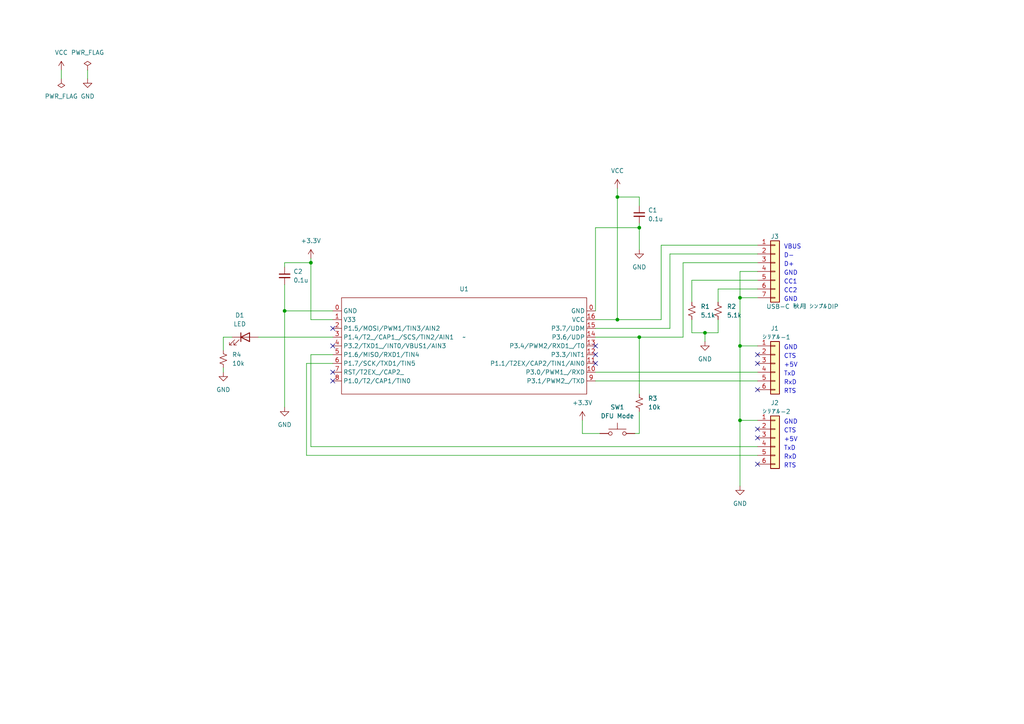
<source format=kicad_sch>
(kicad_sch (version 20230121) (generator eeschema)
  (paper "A4")
  (title_block (title "秋月電子 CH552P DIP化キットテスト基板") (date "2023-11-04") (rev "1") (company "KUNI-NET") (comment 1 "秋月電子 CH552P DIP化キットでLEDチカチカしたりする。"))
  (lib_symbols
    (symbol "CH552x:CH552P"
      (property "Reference" "U" (at -1.27 12.7 0))
      (symbol "CH552P_0_1"
        (rectangle (start -35.56 11.43) (end 35.56 -16.51))
      )
      (symbol "CH552P_1_1"
        (pin power_in line (at -38.1 7.62 0) (length 2.54) (name "GND") (number "0"))
        (pin power_in line (at 38.1 7.62 180) (length 2.54) (name "GND") (number "0"))
        (pin power_out line (at -38.1 5.08 0) (length 2.54) (name "V33") (number "1"))
        (pin bidirectional line (at 38.1 -10.16 180) (length 2.54) (name "P3.0/PWM1_/RXD") (number "10"))
        (pin bidirectional line (at 38.1 -7.62 180) (length 2.54) (name "P1.1/T2EX/CAP2/TIN1/AIN0") (number "11"))
        (pin bidirectional line (at 38.1 -5.08 180) (length 2.54) (name "P3.3/INT1") (number "12"))
        (pin bidirectional line (at 38.1 -2.54 180) (length 2.54) (name "P3.4/PWM2/RXD1_/T0") (number "13"))
        (pin bidirectional line (at 38.1 0 180) (length 2.54) (name "P3.6/UDP") (number "14"))
        (pin bidirectional line (at 38.1 2.54 180) (length 2.54) (name "P3.7/UDM") (number "15"))
        (pin power_in line (at 38.1 5.08 180) (length 2.54) (name "VCC") (number "16"))
        (pin bidirectional line (at -38.1 2.54 0) (length 2.54) (name "P1.5/MOSI/PWM1/TIN3/AIN2") (number "2"))
        (pin bidirectional line (at -38.1 0 0) (length 2.54) (name "P1.4/T2_/CAP1_/SCS/TIN2/AIN1") (number "3"))
        (pin bidirectional line (at -38.1 -2.54 0) (length 2.54) (name "P3.2/TXD1_/INT0/VBUS1/AIN3") (number "4"))
        (pin bidirectional line (at -38.1 -5.08 0) (length 2.54) (name "P1.6/MISO/RXD1/TIN4") (number "5"))
        (pin bidirectional line (at -38.1 -7.62 0) (length 2.54) (name "P1.7/SCK/TXD1/TIN5") (number "6"))
        (pin bidirectional line (at -38.1 -10.16 0) (length 2.54) (name "RST/T2EX_/CAP2_") (number "7"))
        (pin bidirectional line (at -38.1 -12.7 0) (length 2.54) (name "P1.0/T2/CAP1/TIN0") (number "8"))
        (pin bidirectional line (at 38.1 -12.7 180) (length 2.54) (name "P3.1/PWM2_/TXD") (number "9"))
      )
    )
    (symbol "Connector_Generic:Conn_01x06" (pin_names (offset 1.016) hide)
      (property "Reference" "J" (at 0 7.62 0))
      (property "Value" "Conn_01x06" (at 0 -10.16 0))
      (symbol "Conn_01x06_1_1"
        (rectangle (start -1.27 -7.493) (end 0 -7.747) (stroke (width 0.1524)))
        (rectangle (start -1.27 -4.953) (end 0 -5.207) (stroke (width 0.1524)))
        (rectangle (start -1.27 -2.413) (end 0 -2.667) (stroke (width 0.1524)))
        (rectangle (start -1.27 0.127) (end 0 -0.127) (stroke (width 0.1524)))
        (rectangle (start -1.27 2.667) (end 0 2.413) (stroke (width 0.1524)))
        (rectangle (start -1.27 5.207) (end 0 4.953) (stroke (width 0.1524)))
        (rectangle (start -1.27 6.35) (end 1.27 -8.89) (stroke (width 0.254)) (fill (type background)))
        (pin passive line (at -5.08 5.08 0) (length 3.81) (name "Pin_1") (number "1"))
        (pin passive line (at -5.08 2.54 0) (length 3.81) (name "Pin_2") (number "2"))
        (pin passive line (at -5.08 0 0) (length 3.81) (name "Pin_3") (number "3"))
        (pin passive line (at -5.08 -2.54 0) (length 3.81) (name "Pin_4") (number "4"))
        (pin passive line (at -5.08 -5.08 0) (length 3.81) (name "Pin_5") (number "5"))
        (pin passive line (at -5.08 -7.62 0) (length 3.81) (name "Pin_6") (number "6"))
      )
    )
    (symbol "Connector_Generic:Conn_01x07" (pin_names (offset 1.016) hide)
      (property "Reference" "J" (at 0 10.16 0))
      (property "Value" "Conn_01x07" (at 0 -10.16 0))
      (symbol "Conn_01x07_1_1"
        (rectangle (start -1.27 -7.493) (end 0 -7.747) (stroke (width 0.1524)))
        (rectangle (start -1.27 -4.953) (end 0 -5.207) (stroke (width 0.1524)))
        (rectangle (start -1.27 -2.413) (end 0 -2.667) (stroke (width 0.1524)))
        (rectangle (start -1.27 0.127) (end 0 -0.127) (stroke (width 0.1524)))
        (rectangle (start -1.27 2.667) (end 0 2.413) (stroke (width 0.1524)))
        (rectangle (start -1.27 5.207) (end 0 4.953) (stroke (width 0.1524)))
        (rectangle (start -1.27 7.747) (end 0 7.493) (stroke (width 0.1524)))
        (rectangle (start -1.27 8.89) (end 1.27 -8.89) (stroke (width 0.254)) (fill (type background)))
        (pin passive line (at -5.08 7.62 0) (length 3.81) (name "Pin_1") (number "1"))
        (pin passive line (at -5.08 5.08 0) (length 3.81) (name "Pin_2") (number "2"))
        (pin passive line (at -5.08 2.54 0) (length 3.81) (name "Pin_3") (number "3"))
        (pin passive line (at -5.08 0 0) (length 3.81) (name "Pin_4") (number "4"))
        (pin passive line (at -5.08 -2.54 0) (length 3.81) (name "Pin_5") (number "5"))
        (pin passive line (at -5.08 -5.08 0) (length 3.81) (name "Pin_6") (number "6"))
        (pin passive line (at -5.08 -7.62 0) (length 3.81) (name "Pin_7") (number "7"))
      )
    )
    (symbol "Device:C_Small" (pin_numbers hide) (pin_names (offset 0.254) hide)
      (property "Reference" "C" (at 0.254 1.778 0))
      (property "Value" "C_Small" (at 0.254 -2.032 0))
      (symbol "C_Small_0_1"
        (polyline (pts (xy -1.524 -0.508) (xy 1.524 -0.508)) (stroke (width 0.3302)))
        (polyline (pts (xy -1.524 0.508) (xy 1.524 0.508)) (stroke (width 0.3048)))
      )
      (symbol "C_Small_1_1"
        (pin passive line (at 0 2.54 270) (length 2.032) (name "~") (number "1"))
        (pin passive line (at 0 -2.54 90) (length 2.032) (name "~") (number "2"))
      )
    )
    (symbol "Device:LED" (pin_numbers hide) (pin_names (offset 1.016) hide)
      (property "Reference" "D" (at 0 2.54 0))
      (property "Value" "LED" (at 0 -2.54 0))
      (symbol "LED_0_1"
        (polyline (pts (xy -1.27 -1.27) (xy -1.27 1.27)) (stroke (width 0.254)))
        (polyline (pts (xy -1.27 0) (xy 1.27 0)))
        (polyline (pts (xy 1.27 -1.27) (xy 1.27 1.27) (xy -1.27 0) (xy 1.27 -1.27)) (stroke (width 0.254)))
        (polyline (pts (xy -3.048 -0.762) (xy -4.572 -2.286) (xy -3.81 -2.286) (xy -4.572 -2.286) (xy -4.572 -1.524)))
        (polyline (pts (xy -1.778 -0.762) (xy -3.302 -2.286) (xy -2.54 -2.286) (xy -3.302 -2.286) (xy -3.302 -1.524)))
      )
      (symbol "LED_1_1"
        (pin passive line (at -3.81 0 0) (length 2.54) (name "K") (number "1"))
        (pin passive line (at 3.81 0 180) (length 2.54) (name "A") (number "2"))
      )
    )
    (symbol "Device:R_Small_US" (pin_numbers hide) (pin_names (offset 0.254) hide)
      (property "Reference" "R" (at 0.762 0.508 0))
      (property "Value" "R_Small_US" (at 0.762 -1.016 0))
      (symbol "R_Small_US_1_1"
        (polyline (pts (xy 0 0) (xy 1.016 -0.381) (xy 0 -0.762) (xy -1.016 -1.143) (xy 0 -1.524)))
        (polyline (pts (xy 0 1.524) (xy 1.016 1.143) (xy 0 0.762) (xy -1.016 0.381) (xy 0 0)))
        (pin passive line (at 0 2.54 270) (length 1.016) (name "~") (number "1"))
        (pin passive line (at 0 -2.54 90) (length 1.016) (name "~") (number "2"))
      )
    )
    (symbol "Switch:SW_Push" (pin_numbers hide) (pin_names (offset 1.016) hide)
      (property "Reference" "SW" (at 1.27 2.54 0))
      (property "Value" "SW_Push" (at 0 -1.524 0))
      (symbol "SW_Push_0_1"
        (circle (center -2.032 0) (radius 0.508))
        (polyline (pts (xy 0 1.27) (xy 0 3.048)))
        (polyline (pts (xy 2.54 1.27) (xy -2.54 1.27)))
        (circle (center 2.032 0) (radius 0.508))
        (pin passive line (at -5.08 0 0) (length 2.54) (name "1") (number "1"))
        (pin passive line (at 5.08 0 180) (length 2.54) (name "2") (number "2"))
      )
    )
    (symbol "power:+3.3V" (power) (pin_names (offset 0))
      (property "Value" "+3.3V" (at 0 3.556 0))
      (symbol "+3.3V_0_1"
        (polyline (pts (xy -0.762 1.27) (xy 0 2.54)))
        (polyline (pts (xy 0 0) (xy 0 2.54)))
        (polyline (pts (xy 0 2.54) (xy 0.762 1.27)))
      )
      (symbol "+3.3V_1_1"
        (pin power_in line (at 0 0 90) (length 0) hide (name "+3.3V") (number "1"))
      )
    )
    (symbol "power:GND" (power) (pin_names (offset 0))
      (property "Value" "GND" (at 0 -3.81 0))
      (symbol "GND_0_1"
        (polyline (pts (xy 0 0) (xy 0 -1.27) (xy 1.27 -1.27) (xy 0 -2.54) (xy -1.27 -1.27) (xy 0 -1.27)))
      )
      (symbol "GND_1_1"
        (pin power_in line (at 0 0 270) (length 0) hide (name "GND") (number "1"))
      )
    )
    (symbol "power:PWR_FLAG" (power) (pin_numbers hide) (pin_names (offset 0) hide)
      (property "Value" "PWR_FLAG" (at 0 3.81 0))
      (symbol "PWR_FLAG_0_0"
        (pin power_out line (at 0 0 90) (length 0) (name "pwr") (number "1"))
      )
      (symbol "PWR_FLAG_0_1"
        (polyline (pts (xy 0 0) (xy 0 1.27) (xy -1.016 1.905) (xy 0 2.54) (xy 1.016 1.905) (xy 0 1.27)))
      )
    )
    (symbol "power:VCC" (power) (pin_names (offset 0))
      (property "Value" "VCC" (at 0 3.81 0))
      (symbol "VCC_0_1"
        (polyline (pts (xy -0.762 1.27) (xy 0 2.54)))
        (polyline (pts (xy 0 0) (xy 0 2.54)))
        (polyline (pts (xy 0 2.54) (xy 0.762 1.27)))
      )
      (symbol "VCC_1_1"
        (pin power_in line (at 0 0 90) (length 0) hide (name "VCC") (number "1"))
      )
    )
  )
  (junction (at 214.63 100.33))
  (junction (at 185.42 97.79))
  (junction (at 90.17 76.2))
  (junction (at 204.47 96.52))
  (junction (at 82.55 90.17))
  (junction (at 185.42 66.04))
  (junction (at 179.07 92.71))
  (junction (at 179.07 57.15))
  (junction (at 214.63 86.36))
  (junction (at 214.63 121.92))
  (no_connect (at 172.72 100.33))
  (no_connect (at 172.72 105.41))
  (no_connect (at 219.71 113.03))
  (no_connect (at 219.71 127))
  (no_connect (at 96.52 95.25))
  (no_connect (at 219.71 134.62))
  (no_connect (at 219.71 105.41))
  (no_connect (at 219.71 124.46))
  (no_connect (at 172.72 102.87))
  (no_connect (at 96.52 110.49))
  (no_connect (at 96.52 100.33))
  (no_connect (at 96.52 107.95))
  (no_connect (at 219.71 102.87))
  (wire (pts (xy 214.63 121.92) (xy 214.63 140.97)))
  (wire (pts (xy 82.55 77.47) (xy 82.55 76.2)))
  (wire (pts (xy 219.71 129.54) (xy 90.17 129.54)))
  (wire (pts (xy 204.47 96.52) (xy 208.28 96.52)))
  (wire (pts (xy 200.66 81.28) (xy 200.66 87.63)))
  (wire (pts (xy 64.77 97.79) (xy 64.77 101.6)))
  (wire (pts (xy 179.07 57.15) (xy 185.42 57.15)))
  (wire (pts (xy 179.07 92.71) (xy 172.72 92.71)))
  (wire (pts (xy 74.93 97.79) (xy 96.52 97.79)))
  (wire (pts (xy 185.42 66.04) (xy 185.42 72.39)))
  (wire (pts (xy 172.72 107.95) (xy 219.71 107.95)))
  (wire (pts (xy 208.28 96.52) (xy 208.28 92.71)))
  (wire (pts (xy 88.9 132.08) (xy 219.71 132.08)))
  (wire (pts (xy 179.07 92.71) (xy 191.77 92.71)))
  (wire (pts (xy 198.12 97.79) (xy 198.12 76.2)))
  (wire (pts (xy 179.07 57.15) (xy 179.07 92.71)))
  (wire (pts (xy 82.55 90.17) (xy 82.55 118.11)))
  (wire (pts (xy 90.17 92.71) (xy 90.17 76.2)))
  (wire (pts (xy 208.28 87.63) (xy 208.28 83.82)))
  (wire (pts (xy 17.78 20.32) (xy 17.78 22.86)))
  (wire (pts (xy 194.31 73.66) (xy 219.71 73.66)))
  (wire (pts (xy 214.63 86.36) (xy 219.71 86.36)))
  (wire (pts (xy 200.66 96.52) (xy 204.47 96.52)))
  (wire (pts (xy 90.17 102.87) (xy 90.17 129.54)))
  (wire (pts (xy 185.42 97.79) (xy 185.42 114.3)))
  (wire (pts (xy 82.55 76.2) (xy 90.17 76.2)))
  (wire (pts (xy 67.31 97.79) (xy 64.77 97.79)))
  (wire (pts (xy 208.28 83.82) (xy 219.71 83.82)))
  (wire (pts (xy 219.71 100.33) (xy 214.63 100.33)))
  (wire (pts (xy 96.52 92.71) (xy 90.17 92.71)))
  (wire (pts (xy 172.72 110.49) (xy 219.71 110.49)))
  (wire (pts (xy 191.77 92.71) (xy 191.77 71.12)))
  (wire (pts (xy 219.71 81.28) (xy 200.66 81.28)))
  (wire (pts (xy 168.91 125.73) (xy 173.99 125.73)))
  (wire (pts (xy 214.63 100.33) (xy 214.63 86.36)))
  (wire (pts (xy 172.72 66.04) (xy 172.72 90.17)))
  (wire (pts (xy 96.52 102.87) (xy 90.17 102.87)))
  (wire (pts (xy 88.9 105.41) (xy 88.9 132.08)))
  (wire (pts (xy 214.63 78.74) (xy 219.71 78.74)))
  (wire (pts (xy 168.91 121.92) (xy 168.91 125.73)))
  (wire (pts (xy 214.63 86.36) (xy 214.63 78.74)))
  (wire (pts (xy 96.52 90.17) (xy 82.55 90.17)))
  (wire (pts (xy 214.63 100.33) (xy 214.63 121.92)))
  (wire (pts (xy 172.72 95.25) (xy 194.31 95.25)))
  (wire (pts (xy 185.42 119.38) (xy 185.42 125.73)))
  (wire (pts (xy 204.47 96.52) (xy 204.47 99.06)))
  (wire (pts (xy 82.55 82.55) (xy 82.55 90.17)))
  (wire (pts (xy 214.63 121.92) (xy 219.71 121.92)))
  (wire (pts (xy 88.9 105.41) (xy 96.52 105.41)))
  (wire (pts (xy 25.4 20.32) (xy 25.4 22.86)))
  (wire (pts (xy 64.77 106.68) (xy 64.77 107.95)))
  (wire (pts (xy 185.42 57.15) (xy 185.42 59.69)))
  (wire (pts (xy 200.66 92.71) (xy 200.66 96.52)))
  (wire (pts (xy 194.31 95.25) (xy 194.31 73.66)))
  (wire (pts (xy 185.42 64.77) (xy 185.42 66.04)))
  (wire (pts (xy 179.07 57.15) (xy 179.07 54.61)))
  (wire (pts (xy 172.72 97.79) (xy 185.42 97.79)))
  (wire (pts (xy 90.17 76.2) (xy 90.17 74.93)))
  (wire (pts (xy 198.12 76.2) (xy 219.71 76.2)))
  (wire (pts (xy 185.42 125.73) (xy 184.15 125.73)))
  (wire (pts (xy 185.42 97.79) (xy 198.12 97.79)))
  (wire (pts (xy 172.72 66.04) (xy 185.42 66.04)))
  (wire (pts (xy 191.77 71.12) (xy 219.71 71.12)))
  (text "TxD" (at 227.33 109.22 0) (effects (font (size 1.27 1.27)) (justify left bottom)))
  (text "GND" (at 227.33 101.6 0) (effects (font (size 1.27 1.27)) (justify left bottom)))
  (text "GND" (at 227.33 123.19 0) (effects (font (size 1.27 1.27)) (justify left bottom)))
  (text "RTS" (at 227.33 135.89 0) (effects (font (size 1.27 1.27)) (justify left bottom)))
  (text "+5V" (at 227.33 128.27 0) (effects (font (size 1.27 1.27)) (justify left bottom)))
  (text "TxD" (at 227.33 130.81 0) (effects (font (size 1.27 1.27)) (justify left bottom)))
  (text "D-" (at 227.33 74.93 0) (effects (font (size 1.27 1.27)) (justify left bottom)))
  (text "RTS" (at 227.33 114.3 0) (effects (font (size 1.27 1.27)) (justify left bottom)))
  (text "GND" (at 227.33 80.01 0) (effects (font (size 1.27 1.27)) (justify left bottom)))
  (text "GND" (at 227.33 87.63 0) (effects (font (size 1.27 1.27)) (justify left bottom)))
  (text "D+" (at 227.33 77.47 0) (effects (font (size 1.27 1.27)) (justify left bottom)))
  (text "RxD" (at 227.33 133.35 0) (effects (font (size 1.27 1.27)) (justify left bottom)))
  (text "CC1" (at 227.33 82.55 0) (effects (font (size 1.27 1.27)) (justify left bottom)))
  (text "CC2" (at 227.33 85.09 0) (effects (font (size 1.27 1.27)) (justify left bottom)))
  (text "CTS" (at 227.33 104.14 0) (effects (font (size 1.27 1.27)) (justify left bottom)))
  (text "RxD" (at 227.33 111.76 0) (effects (font (size 1.27 1.27)) (justify left bottom)))
  (text "CTS" (at 227.33 125.73 0) (effects (font (size 1.27 1.27)) (justify left bottom)))
  (text "VBUS" (at 227.33 72.39 0) (effects (font (size 1.27 1.27)) (justify left bottom)))
  (text "+5V" (at 227.33 106.68 0) (effects (font (size 1.27 1.27)) (justify left bottom)))
  (symbol (lib_id "CH552x:CH552P") (at 134.62 97.79 0) (unit 1)
    (property "Reference" "U1" (at 134.62 83.82 0))
    (property "Value" "~" (at 134.62 97.79 0))
    (property "Footprint" "CH55x:CH552P-DIP-Akizuki" (effects hide))
  )
  (symbol (lib_id "power:+3.3V") (at 90.17 74.93 0) (unit 1)
    (property "Reference" "#PWR08" (effects hide))
    (property "Value" "+3.3V" (at 90.17 69.85 0))
  )
  (symbol (lib_id "power:GND") (at 82.55 118.11 0) (unit 1)
    (property "Reference" "#PWR05" (effects hide))
    (property "Value" "GND" (at 82.55 123.19 0))
  )
  (symbol (lib_id "Device:LED") (at 71.12 97.79 0) (unit 1)
    (property "Reference" "D1" (at 69.5325 91.44 0))
    (property "Value" "LED" (at 69.5325 93.98 0))
  )
  (symbol (lib_id "power:GND") (at 185.42 72.39 0) (unit 1)
    (property "Reference" "#PWR04" (effects hide))
    (property "Value" "GND" (at 185.42 77.47 0))
  )
  (symbol (lib_id "power:VCC") (at 17.78 20.32 0) (unit 1)
    (property "Reference" "#PWR01" (effects hide))
    (property "Value" "VCC" (at 17.78 15.24 0))
  )
  (symbol (lib_id "power:VCC") (at 179.07 54.61 0) (unit 1)
    (property "Reference" "#PWR03" (effects hide))
    (property "Value" "VCC" (at 179.07 49.53 0))
  )
  (symbol (lib_id "Connector_Generic:Conn_01x07") (at 224.79 78.74 0) (unit 1)
    (property "Reference" "J3" (at 223.52 68.58 0) (effects (justify left)))
    (property "Value" "USB-C 秋月 シンプルDIP" (at 222.25 88.9 0) (effects (justify left)))
  )
  (symbol (lib_id "Device:R_Small_US") (at 185.42 116.84 0) (unit 1)
    (property "Reference" "R3" (at 187.96 115.57 0) (effects (justify left)))
    (property "Value" "10k" (at 187.96 118.11 0) (effects (justify left)))
  )
  (symbol (lib_id "power:GND") (at 64.77 107.95 0) (unit 1)
    (property "Reference" "#PWR010" (effects hide))
    (property "Value" "GND" (at 64.77 113.03 0))
  )
  (symbol (lib_id "power:GND") (at 204.47 99.06 0) (unit 1)
    (property "Reference" "#PWR07" (effects hide))
    (property "Value" "GND" (at 204.47 104.14 0))
  )
  (symbol (lib_id "Switch:SW_Push") (at 179.07 125.73 0) (unit 1)
    (property "Reference" "SW1" (at 179.07 118.11 0))
    (property "Value" "DFU Mode" (at 179.07 120.65 0))
  )
  (symbol (lib_id "power:+3.3V") (at 168.91 121.92 0) (unit 1)
    (property "Reference" "#PWR09" (effects hide))
    (property "Value" "+3.3V" (at 168.91 116.84 0))
  )
  (symbol (lib_id "power:PWR_FLAG") (at 25.4 20.32 0) (unit 1)
    (property "Reference" "#FLG01" (effects hide))
    (property "Value" "PWR_FLAG" (at 25.4 15.24 0))
  )
  (symbol (lib_id "Device:R_Small_US") (at 208.28 90.17 0) (unit 1)
    (property "Reference" "R2" (at 210.82 88.9 0) (effects (justify left)))
    (property "Value" "5.1k" (at 210.82 91.44 0) (effects (justify left)))
  )
  (symbol (lib_id "Connector_Generic:Conn_01x06") (at 224.79 127 0) (unit 1)
    (property "Reference" "J2" (at 223.52 116.84 0) (effects (justify left)))
    (property "Value" "シリアル-2" (at 220.98 119.38 0) (effects (justify left)))
  )
  (symbol (lib_id "Device:C_Small") (at 185.42 62.23 0) (unit 1)
    (property "Reference" "C1" (at 187.96 60.9663 0) (effects (justify left)))
    (property "Value" "0.1u" (at 187.96 63.5063 0) (effects (justify left)))
  )
  (symbol (lib_id "power:PWR_FLAG") (at 17.78 22.86 180) (unit 1)
    (property "Reference" "#FLG02" (effects hide))
    (property "Value" "PWR_FLAG" (at 17.78 27.94 0))
  )
  (symbol (lib_id "power:GND") (at 214.63 140.97 0) (unit 1)
    (property "Reference" "#PWR06" (effects hide))
    (property "Value" "GND" (at 214.63 146.05 0))
  )
  (symbol (lib_id "Device:R_Small_US") (at 200.66 90.17 0) (unit 1)
    (property "Reference" "R1" (at 203.2 88.9 0) (effects (justify left)))
    (property "Value" "5.1k" (at 203.2 91.44 0) (effects (justify left)))
  )
  (symbol (lib_id "power:GND") (at 25.4 22.86 0) (unit 1)
    (property "Reference" "#PWR02" (effects hide))
    (property "Value" "GND" (at 25.4 27.94 0))
  )
  (symbol (lib_id "Connector_Generic:Conn_01x06") (at 224.79 105.41 0) (unit 1)
    (property "Reference" "J1" (at 223.52 95.25 0) (effects (justify left)))
    (property "Value" "シリアル-1" (at 220.98 97.79 0) (effects (justify left)))
  )
  (symbol (lib_id "Device:C_Small") (at 82.55 80.01 0) (unit 1)
    (property "Reference" "C2" (at 85.09 78.7463 0) (effects (justify left)))
    (property "Value" "0.1u" (at 85.09 81.2863 0) (effects (justify left)))
  )
  (symbol (lib_id "Device:R_Small_US") (at 64.77 104.14 0) (unit 1)
    (property "Reference" "R4" (at 67.31 102.87 0) (effects (justify left)))
    (property "Value" "10k" (at 67.31 105.41 0) (effects (justify left)))
  )
)
</source>
